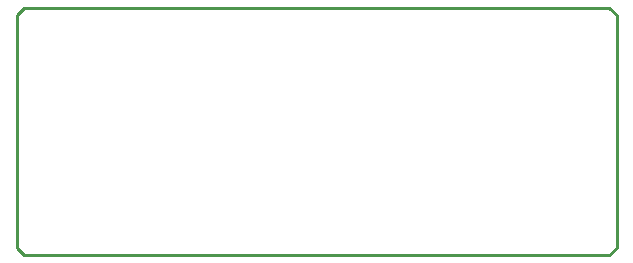
<source format=gko>
G75*
%MOIN*%
%OFA0B0*%
%FSLAX25Y25*%
%IPPOS*%
%LPD*%
%AMOC8*
5,1,8,0,0,1.08239X$1,22.5*
%
%ADD10C,0.01000*%
D10*
X0001500Y0004000D02*
X0004000Y0001500D01*
X0199000Y0001500D01*
X0201500Y0004000D01*
X0201500Y0081500D01*
X0199000Y0084000D01*
X0004000Y0084000D01*
X0001500Y0081500D01*
X0001500Y0004000D01*
M02*

</source>
